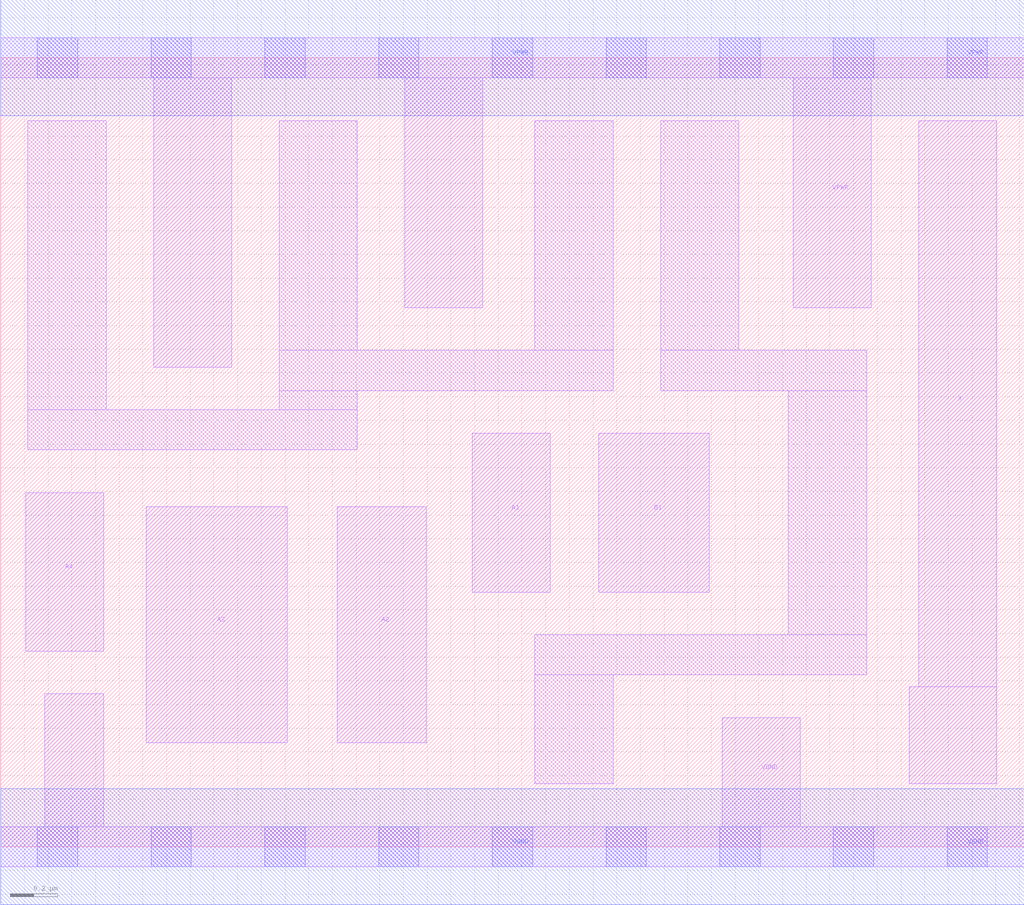
<source format=lef>
# Copyright 2020 The SkyWater PDK Authors
#
# Licensed under the Apache License, Version 2.0 (the "License");
# you may not use this file except in compliance with the License.
# You may obtain a copy of the License at
#
#     https://www.apache.org/licenses/LICENSE-2.0
#
# Unless required by applicable law or agreed to in writing, software
# distributed under the License is distributed on an "AS IS" BASIS,
# WITHOUT WARRANTIES OR CONDITIONS OF ANY KIND, either express or implied.
# See the License for the specific language governing permissions and
# limitations under the License.
#
# SPDX-License-Identifier: Apache-2.0

VERSION 5.7 ;
  NAMESCASESENSITIVE ON ;
  NOWIREEXTENSIONATPIN ON ;
  DIVIDERCHAR "/" ;
  BUSBITCHARS "[]" ;
UNITS
  DATABASE MICRONS 200 ;
END UNITS
MACRO sky130_fd_sc_lp__a41o_lp
  CLASS CORE ;
  SOURCE USER ;
  FOREIGN sky130_fd_sc_lp__a41o_lp ;
  ORIGIN  0.000000  0.000000 ;
  SIZE  4.320000 BY  3.330000 ;
  SYMMETRY X Y R90 ;
  SITE unit ;
  PIN A1
    ANTENNAGATEAREA  0.313000 ;
    DIRECTION INPUT ;
    USE SIGNAL ;
    PORT
      LAYER li1 ;
        RECT 1.990000 1.075000 2.320000 1.745000 ;
    END
  END A1
  PIN A2
    ANTENNAGATEAREA  0.313000 ;
    DIRECTION INPUT ;
    USE SIGNAL ;
    PORT
      LAYER li1 ;
        RECT 1.420000 0.440000 1.795000 1.435000 ;
    END
  END A2
  PIN A3
    ANTENNAGATEAREA  0.313000 ;
    DIRECTION INPUT ;
    USE SIGNAL ;
    PORT
      LAYER li1 ;
        RECT 0.615000 0.440000 1.210000 1.435000 ;
    END
  END A3
  PIN A4
    ANTENNAGATEAREA  0.313000 ;
    DIRECTION INPUT ;
    USE SIGNAL ;
    PORT
      LAYER li1 ;
        RECT 0.105000 0.825000 0.435000 1.495000 ;
    END
  END A4
  PIN B1
    ANTENNAGATEAREA  0.376000 ;
    DIRECTION INPUT ;
    USE SIGNAL ;
    PORT
      LAYER li1 ;
        RECT 2.525000 1.075000 2.990000 1.745000 ;
    END
  END B1
  PIN X
    ANTENNADIFFAREA  0.404700 ;
    DIRECTION OUTPUT ;
    USE SIGNAL ;
    PORT
      LAYER li1 ;
        RECT 3.835000 0.265000 4.205000 0.675000 ;
        RECT 3.875000 0.675000 4.205000 3.065000 ;
    END
  END X
  PIN VGND
    DIRECTION INOUT ;
    USE GROUND ;
    PORT
      LAYER li1 ;
        RECT 0.000000 -0.085000 4.320000 0.085000 ;
        RECT 0.185000  0.085000 0.435000 0.645000 ;
        RECT 3.045000  0.085000 3.375000 0.545000 ;
      LAYER mcon ;
        RECT 0.155000 -0.085000 0.325000 0.085000 ;
        RECT 0.635000 -0.085000 0.805000 0.085000 ;
        RECT 1.115000 -0.085000 1.285000 0.085000 ;
        RECT 1.595000 -0.085000 1.765000 0.085000 ;
        RECT 2.075000 -0.085000 2.245000 0.085000 ;
        RECT 2.555000 -0.085000 2.725000 0.085000 ;
        RECT 3.035000 -0.085000 3.205000 0.085000 ;
        RECT 3.515000 -0.085000 3.685000 0.085000 ;
        RECT 3.995000 -0.085000 4.165000 0.085000 ;
      LAYER met1 ;
        RECT 0.000000 -0.245000 4.320000 0.245000 ;
    END
  END VGND
  PIN VPWR
    DIRECTION INOUT ;
    USE POWER ;
    PORT
      LAYER li1 ;
        RECT 0.000000 3.245000 4.320000 3.415000 ;
        RECT 0.645000 2.025000 0.975000 3.245000 ;
        RECT 1.705000 2.275000 2.035000 3.245000 ;
        RECT 3.345000 2.275000 3.675000 3.245000 ;
      LAYER mcon ;
        RECT 0.155000 3.245000 0.325000 3.415000 ;
        RECT 0.635000 3.245000 0.805000 3.415000 ;
        RECT 1.115000 3.245000 1.285000 3.415000 ;
        RECT 1.595000 3.245000 1.765000 3.415000 ;
        RECT 2.075000 3.245000 2.245000 3.415000 ;
        RECT 2.555000 3.245000 2.725000 3.415000 ;
        RECT 3.035000 3.245000 3.205000 3.415000 ;
        RECT 3.515000 3.245000 3.685000 3.415000 ;
        RECT 3.995000 3.245000 4.165000 3.415000 ;
      LAYER met1 ;
        RECT 0.000000 3.085000 4.320000 3.575000 ;
    END
  END VPWR
  OBS
    LAYER li1 ;
      RECT 0.115000 1.675000 1.505000 1.845000 ;
      RECT 0.115000 1.845000 0.445000 3.065000 ;
      RECT 1.175000 1.845000 1.505000 1.925000 ;
      RECT 1.175000 1.925000 2.585000 2.095000 ;
      RECT 1.175000 2.095000 1.505000 3.065000 ;
      RECT 2.255000 0.265000 2.585000 0.725000 ;
      RECT 2.255000 0.725000 3.655000 0.895000 ;
      RECT 2.255000 2.095000 2.585000 3.065000 ;
      RECT 2.785000 1.925000 3.655000 2.095000 ;
      RECT 2.785000 2.095000 3.115000 3.065000 ;
      RECT 3.325000 0.895000 3.655000 1.925000 ;
  END
END sky130_fd_sc_lp__a41o_lp

</source>
